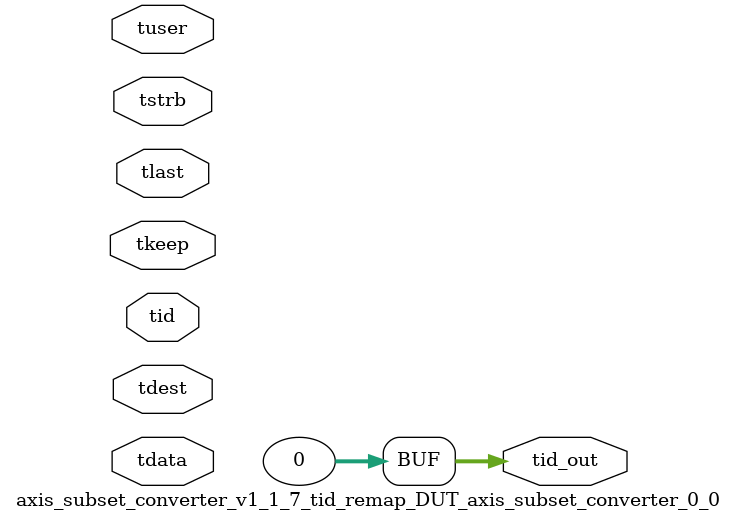
<source format=v>


`timescale 1ps/1ps

module axis_subset_converter_v1_1_7_tid_remap_DUT_axis_subset_converter_0_0 #
(
parameter C_S_AXIS_TID_WIDTH   = 1,
parameter C_S_AXIS_TUSER_WIDTH = 0,
parameter C_S_AXIS_TDATA_WIDTH = 0,
parameter C_S_AXIS_TDEST_WIDTH = 0,
parameter C_M_AXIS_TID_WIDTH   = 32
)
(
input  [(C_S_AXIS_TID_WIDTH   == 0 ? 1 : C_S_AXIS_TID_WIDTH)-1:0       ] tid,
input  [(C_S_AXIS_TDATA_WIDTH == 0 ? 1 : C_S_AXIS_TDATA_WIDTH)-1:0     ] tdata,
input  [(C_S_AXIS_TUSER_WIDTH == 0 ? 1 : C_S_AXIS_TUSER_WIDTH)-1:0     ] tuser,
input  [(C_S_AXIS_TDEST_WIDTH == 0 ? 1 : C_S_AXIS_TDEST_WIDTH)-1:0     ] tdest,
input  [(C_S_AXIS_TDATA_WIDTH/8)-1:0 ] tkeep,
input  [(C_S_AXIS_TDATA_WIDTH/8)-1:0 ] tstrb,
input                                                                    tlast,
output [(C_M_AXIS_TID_WIDTH   == 0 ? 1 : C_M_AXIS_TID_WIDTH)-1:0       ] tid_out
);

assign tid_out = {1'b0};

endmodule


</source>
